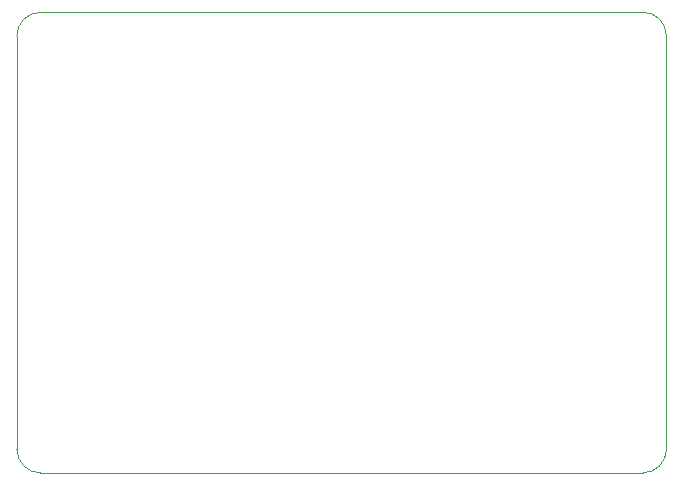
<source format=gbr>
%TF.GenerationSoftware,KiCad,Pcbnew,(6.0.11-0)*%
%TF.CreationDate,2025-10-07T00:59:29-07:00*%
%TF.ProjectId,27M_TX_Board_R1.1,32374d5f-5458-45f4-926f-6172645f5231,rev?*%
%TF.SameCoordinates,Original*%
%TF.FileFunction,Profile,NP*%
%FSLAX46Y46*%
G04 Gerber Fmt 4.6, Leading zero omitted, Abs format (unit mm)*
G04 Created by KiCad (PCBNEW (6.0.11-0)) date 2025-10-07 00:59:29*
%MOMM*%
%LPD*%
G01*
G04 APERTURE LIST*
%TA.AperFunction,Profile*%
%ADD10C,0.100000*%
%TD*%
G04 APERTURE END LIST*
D10*
X256000000Y-61000000D02*
X205000000Y-61000000D01*
X203000000Y-59000000D02*
X203000000Y-24000000D01*
X258000000Y-24000000D02*
G75*
G03*
X256000000Y-22000000I-2000000J0D01*
G01*
X258000000Y-24000000D02*
X258000000Y-59000000D01*
X205000000Y-22000000D02*
X256000000Y-22000000D01*
X203000000Y-59000000D02*
G75*
G03*
X205000000Y-61000000I2000000J0D01*
G01*
X205000000Y-22000000D02*
G75*
G03*
X203000000Y-24000000I0J-2000000D01*
G01*
X256000000Y-61000000D02*
G75*
G03*
X258000000Y-59000000I0J2000000D01*
G01*
M02*

</source>
